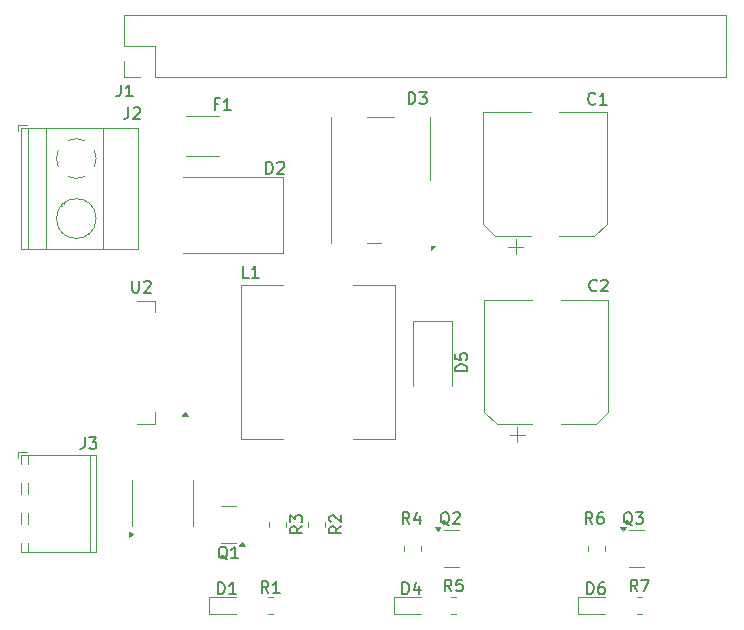
<source format=gbr>
%TF.GenerationSoftware,KiCad,Pcbnew,8.0.0*%
%TF.CreationDate,2024-03-02T01:18:58-06:00*%
%TF.ProjectId,kicad-power-hat,6b696361-642d-4706-9f77-65722d686174,rev?*%
%TF.SameCoordinates,Original*%
%TF.FileFunction,Legend,Top*%
%TF.FilePolarity,Positive*%
%FSLAX46Y46*%
G04 Gerber Fmt 4.6, Leading zero omitted, Abs format (unit mm)*
G04 Created by KiCad (PCBNEW 8.0.0) date 2024-03-02 01:18:58*
%MOMM*%
%LPD*%
G01*
G04 APERTURE LIST*
%ADD10C,0.150000*%
%ADD11C,0.120000*%
G04 APERTURE END LIST*
D10*
X124991905Y-99514819D02*
X124991905Y-98514819D01*
X124991905Y-98514819D02*
X125230000Y-98514819D01*
X125230000Y-98514819D02*
X125372857Y-98562438D01*
X125372857Y-98562438D02*
X125468095Y-98657676D01*
X125468095Y-98657676D02*
X125515714Y-98752914D01*
X125515714Y-98752914D02*
X125563333Y-98943390D01*
X125563333Y-98943390D02*
X125563333Y-99086247D01*
X125563333Y-99086247D02*
X125515714Y-99276723D01*
X125515714Y-99276723D02*
X125468095Y-99371961D01*
X125468095Y-99371961D02*
X125372857Y-99467200D01*
X125372857Y-99467200D02*
X125230000Y-99514819D01*
X125230000Y-99514819D02*
X124991905Y-99514819D01*
X125896667Y-98514819D02*
X126515714Y-98514819D01*
X126515714Y-98514819D02*
X126182381Y-98895771D01*
X126182381Y-98895771D02*
X126325238Y-98895771D01*
X126325238Y-98895771D02*
X126420476Y-98943390D01*
X126420476Y-98943390D02*
X126468095Y-98991009D01*
X126468095Y-98991009D02*
X126515714Y-99086247D01*
X126515714Y-99086247D02*
X126515714Y-99324342D01*
X126515714Y-99324342D02*
X126468095Y-99419580D01*
X126468095Y-99419580D02*
X126420476Y-99467200D01*
X126420476Y-99467200D02*
X126325238Y-99514819D01*
X126325238Y-99514819D02*
X126039524Y-99514819D01*
X126039524Y-99514819D02*
X125944286Y-99467200D01*
X125944286Y-99467200D02*
X125896667Y-99419580D01*
X140803333Y-99474580D02*
X140755714Y-99522200D01*
X140755714Y-99522200D02*
X140612857Y-99569819D01*
X140612857Y-99569819D02*
X140517619Y-99569819D01*
X140517619Y-99569819D02*
X140374762Y-99522200D01*
X140374762Y-99522200D02*
X140279524Y-99426961D01*
X140279524Y-99426961D02*
X140231905Y-99331723D01*
X140231905Y-99331723D02*
X140184286Y-99141247D01*
X140184286Y-99141247D02*
X140184286Y-98998390D01*
X140184286Y-98998390D02*
X140231905Y-98807914D01*
X140231905Y-98807914D02*
X140279524Y-98712676D01*
X140279524Y-98712676D02*
X140374762Y-98617438D01*
X140374762Y-98617438D02*
X140517619Y-98569819D01*
X140517619Y-98569819D02*
X140612857Y-98569819D01*
X140612857Y-98569819D02*
X140755714Y-98617438D01*
X140755714Y-98617438D02*
X140803333Y-98665057D01*
X141755714Y-99569819D02*
X141184286Y-99569819D01*
X141470000Y-99569819D02*
X141470000Y-98569819D01*
X141470000Y-98569819D02*
X141374762Y-98712676D01*
X141374762Y-98712676D02*
X141279524Y-98807914D01*
X141279524Y-98807914D02*
X141184286Y-98855533D01*
X101588095Y-114484819D02*
X101588095Y-115294342D01*
X101588095Y-115294342D02*
X101635714Y-115389580D01*
X101635714Y-115389580D02*
X101683333Y-115437200D01*
X101683333Y-115437200D02*
X101778571Y-115484819D01*
X101778571Y-115484819D02*
X101969047Y-115484819D01*
X101969047Y-115484819D02*
X102064285Y-115437200D01*
X102064285Y-115437200D02*
X102111904Y-115389580D01*
X102111904Y-115389580D02*
X102159523Y-115294342D01*
X102159523Y-115294342D02*
X102159523Y-114484819D01*
X102588095Y-114580057D02*
X102635714Y-114532438D01*
X102635714Y-114532438D02*
X102730952Y-114484819D01*
X102730952Y-114484819D02*
X102969047Y-114484819D01*
X102969047Y-114484819D02*
X103064285Y-114532438D01*
X103064285Y-114532438D02*
X103111904Y-114580057D01*
X103111904Y-114580057D02*
X103159523Y-114675295D01*
X103159523Y-114675295D02*
X103159523Y-114770533D01*
X103159523Y-114770533D02*
X103111904Y-114913390D01*
X103111904Y-114913390D02*
X102540476Y-115484819D01*
X102540476Y-115484819D02*
X103159523Y-115484819D01*
X113117333Y-140916819D02*
X112784000Y-140440628D01*
X112545905Y-140916819D02*
X112545905Y-139916819D01*
X112545905Y-139916819D02*
X112926857Y-139916819D01*
X112926857Y-139916819D02*
X113022095Y-139964438D01*
X113022095Y-139964438D02*
X113069714Y-140012057D01*
X113069714Y-140012057D02*
X113117333Y-140107295D01*
X113117333Y-140107295D02*
X113117333Y-140250152D01*
X113117333Y-140250152D02*
X113069714Y-140345390D01*
X113069714Y-140345390D02*
X113022095Y-140393009D01*
X113022095Y-140393009D02*
X112926857Y-140440628D01*
X112926857Y-140440628D02*
X112545905Y-140440628D01*
X114069714Y-140916819D02*
X113498286Y-140916819D01*
X113784000Y-140916819D02*
X113784000Y-139916819D01*
X113784000Y-139916819D02*
X113688762Y-140059676D01*
X113688762Y-140059676D02*
X113593524Y-140154914D01*
X113593524Y-140154914D02*
X113498286Y-140202533D01*
X128611333Y-140790819D02*
X128278000Y-140314628D01*
X128039905Y-140790819D02*
X128039905Y-139790819D01*
X128039905Y-139790819D02*
X128420857Y-139790819D01*
X128420857Y-139790819D02*
X128516095Y-139838438D01*
X128516095Y-139838438D02*
X128563714Y-139886057D01*
X128563714Y-139886057D02*
X128611333Y-139981295D01*
X128611333Y-139981295D02*
X128611333Y-140124152D01*
X128611333Y-140124152D02*
X128563714Y-140219390D01*
X128563714Y-140219390D02*
X128516095Y-140267009D01*
X128516095Y-140267009D02*
X128420857Y-140314628D01*
X128420857Y-140314628D02*
X128039905Y-140314628D01*
X129516095Y-139790819D02*
X129039905Y-139790819D01*
X129039905Y-139790819D02*
X128992286Y-140267009D01*
X128992286Y-140267009D02*
X129039905Y-140219390D01*
X129039905Y-140219390D02*
X129135143Y-140171771D01*
X129135143Y-140171771D02*
X129373238Y-140171771D01*
X129373238Y-140171771D02*
X129468476Y-140219390D01*
X129468476Y-140219390D02*
X129516095Y-140267009D01*
X129516095Y-140267009D02*
X129563714Y-140362247D01*
X129563714Y-140362247D02*
X129563714Y-140600342D01*
X129563714Y-140600342D02*
X129516095Y-140695580D01*
X129516095Y-140695580D02*
X129468476Y-140743200D01*
X129468476Y-140743200D02*
X129373238Y-140790819D01*
X129373238Y-140790819D02*
X129135143Y-140790819D01*
X129135143Y-140790819D02*
X129039905Y-140743200D01*
X129039905Y-140743200D02*
X128992286Y-140695580D01*
X125055334Y-135074818D02*
X124722001Y-134598627D01*
X124483906Y-135074818D02*
X124483906Y-134074818D01*
X124483906Y-134074818D02*
X124864858Y-134074818D01*
X124864858Y-134074818D02*
X124960096Y-134122437D01*
X124960096Y-134122437D02*
X125007715Y-134170056D01*
X125007715Y-134170056D02*
X125055334Y-134265294D01*
X125055334Y-134265294D02*
X125055334Y-134408151D01*
X125055334Y-134408151D02*
X125007715Y-134503389D01*
X125007715Y-134503389D02*
X124960096Y-134551008D01*
X124960096Y-134551008D02*
X124864858Y-134598627D01*
X124864858Y-134598627D02*
X124483906Y-134598627D01*
X125912477Y-134408151D02*
X125912477Y-135074818D01*
X125674382Y-134027199D02*
X125436287Y-134741484D01*
X125436287Y-134741484D02*
X126055334Y-134741484D01*
X144359333Y-140790819D02*
X144026000Y-140314628D01*
X143787905Y-140790819D02*
X143787905Y-139790819D01*
X143787905Y-139790819D02*
X144168857Y-139790819D01*
X144168857Y-139790819D02*
X144264095Y-139838438D01*
X144264095Y-139838438D02*
X144311714Y-139886057D01*
X144311714Y-139886057D02*
X144359333Y-139981295D01*
X144359333Y-139981295D02*
X144359333Y-140124152D01*
X144359333Y-140124152D02*
X144311714Y-140219390D01*
X144311714Y-140219390D02*
X144264095Y-140267009D01*
X144264095Y-140267009D02*
X144168857Y-140314628D01*
X144168857Y-140314628D02*
X143787905Y-140314628D01*
X144692667Y-139790819D02*
X145359333Y-139790819D01*
X145359333Y-139790819D02*
X144930762Y-140790819D01*
X140549333Y-135074819D02*
X140216000Y-134598628D01*
X139977905Y-135074819D02*
X139977905Y-134074819D01*
X139977905Y-134074819D02*
X140358857Y-134074819D01*
X140358857Y-134074819D02*
X140454095Y-134122438D01*
X140454095Y-134122438D02*
X140501714Y-134170057D01*
X140501714Y-134170057D02*
X140549333Y-134265295D01*
X140549333Y-134265295D02*
X140549333Y-134408152D01*
X140549333Y-134408152D02*
X140501714Y-134503390D01*
X140501714Y-134503390D02*
X140454095Y-134551009D01*
X140454095Y-134551009D02*
X140358857Y-134598628D01*
X140358857Y-134598628D02*
X139977905Y-134598628D01*
X141406476Y-134074819D02*
X141216000Y-134074819D01*
X141216000Y-134074819D02*
X141120762Y-134122438D01*
X141120762Y-134122438D02*
X141073143Y-134170057D01*
X141073143Y-134170057D02*
X140977905Y-134312914D01*
X140977905Y-134312914D02*
X140930286Y-134503390D01*
X140930286Y-134503390D02*
X140930286Y-134884342D01*
X140930286Y-134884342D02*
X140977905Y-134979580D01*
X140977905Y-134979580D02*
X141025524Y-135027200D01*
X141025524Y-135027200D02*
X141120762Y-135074819D01*
X141120762Y-135074819D02*
X141311238Y-135074819D01*
X141311238Y-135074819D02*
X141406476Y-135027200D01*
X141406476Y-135027200D02*
X141454095Y-134979580D01*
X141454095Y-134979580D02*
X141501714Y-134884342D01*
X141501714Y-134884342D02*
X141501714Y-134646247D01*
X141501714Y-134646247D02*
X141454095Y-134551009D01*
X141454095Y-134551009D02*
X141406476Y-134503390D01*
X141406476Y-134503390D02*
X141311238Y-134455771D01*
X141311238Y-134455771D02*
X141120762Y-134455771D01*
X141120762Y-134455771D02*
X141025524Y-134503390D01*
X141025524Y-134503390D02*
X140977905Y-134551009D01*
X140977905Y-134551009D02*
X140930286Y-134646247D01*
X119277319Y-135274666D02*
X118801128Y-135607999D01*
X119277319Y-135846094D02*
X118277319Y-135846094D01*
X118277319Y-135846094D02*
X118277319Y-135465142D01*
X118277319Y-135465142D02*
X118324938Y-135369904D01*
X118324938Y-135369904D02*
X118372557Y-135322285D01*
X118372557Y-135322285D02*
X118467795Y-135274666D01*
X118467795Y-135274666D02*
X118610652Y-135274666D01*
X118610652Y-135274666D02*
X118705890Y-135322285D01*
X118705890Y-135322285D02*
X118753509Y-135369904D01*
X118753509Y-135369904D02*
X118801128Y-135465142D01*
X118801128Y-135465142D02*
X118801128Y-135846094D01*
X118372557Y-134893713D02*
X118324938Y-134846094D01*
X118324938Y-134846094D02*
X118277319Y-134750856D01*
X118277319Y-134750856D02*
X118277319Y-134512761D01*
X118277319Y-134512761D02*
X118324938Y-134417523D01*
X118324938Y-134417523D02*
X118372557Y-134369904D01*
X118372557Y-134369904D02*
X118467795Y-134322285D01*
X118467795Y-134322285D02*
X118563033Y-134322285D01*
X118563033Y-134322285D02*
X118705890Y-134369904D01*
X118705890Y-134369904D02*
X119277319Y-134941332D01*
X119277319Y-134941332D02*
X119277319Y-134322285D01*
X115975319Y-135274666D02*
X115499128Y-135607999D01*
X115975319Y-135846094D02*
X114975319Y-135846094D01*
X114975319Y-135846094D02*
X114975319Y-135465142D01*
X114975319Y-135465142D02*
X115022938Y-135369904D01*
X115022938Y-135369904D02*
X115070557Y-135322285D01*
X115070557Y-135322285D02*
X115165795Y-135274666D01*
X115165795Y-135274666D02*
X115308652Y-135274666D01*
X115308652Y-135274666D02*
X115403890Y-135322285D01*
X115403890Y-135322285D02*
X115451509Y-135369904D01*
X115451509Y-135369904D02*
X115499128Y-135465142D01*
X115499128Y-135465142D02*
X115499128Y-135846094D01*
X114975319Y-134941332D02*
X114975319Y-134322285D01*
X114975319Y-134322285D02*
X115356271Y-134655618D01*
X115356271Y-134655618D02*
X115356271Y-134512761D01*
X115356271Y-134512761D02*
X115403890Y-134417523D01*
X115403890Y-134417523D02*
X115451509Y-134369904D01*
X115451509Y-134369904D02*
X115546747Y-134322285D01*
X115546747Y-134322285D02*
X115784842Y-134322285D01*
X115784842Y-134322285D02*
X115880080Y-134369904D01*
X115880080Y-134369904D02*
X115927700Y-134417523D01*
X115927700Y-134417523D02*
X115975319Y-134512761D01*
X115975319Y-134512761D02*
X115975319Y-134798475D01*
X115975319Y-134798475D02*
X115927700Y-134893713D01*
X115927700Y-134893713D02*
X115880080Y-134941332D01*
X128428761Y-135170057D02*
X128333523Y-135122438D01*
X128333523Y-135122438D02*
X128238285Y-135027200D01*
X128238285Y-135027200D02*
X128095428Y-134884342D01*
X128095428Y-134884342D02*
X128000190Y-134836723D01*
X128000190Y-134836723D02*
X127904952Y-134836723D01*
X127952571Y-135074819D02*
X127857333Y-135027200D01*
X127857333Y-135027200D02*
X127762095Y-134931961D01*
X127762095Y-134931961D02*
X127714476Y-134741485D01*
X127714476Y-134741485D02*
X127714476Y-134408152D01*
X127714476Y-134408152D02*
X127762095Y-134217676D01*
X127762095Y-134217676D02*
X127857333Y-134122438D01*
X127857333Y-134122438D02*
X127952571Y-134074819D01*
X127952571Y-134074819D02*
X128143047Y-134074819D01*
X128143047Y-134074819D02*
X128238285Y-134122438D01*
X128238285Y-134122438D02*
X128333523Y-134217676D01*
X128333523Y-134217676D02*
X128381142Y-134408152D01*
X128381142Y-134408152D02*
X128381142Y-134741485D01*
X128381142Y-134741485D02*
X128333523Y-134931961D01*
X128333523Y-134931961D02*
X128238285Y-135027200D01*
X128238285Y-135027200D02*
X128143047Y-135074819D01*
X128143047Y-135074819D02*
X127952571Y-135074819D01*
X128762095Y-134170057D02*
X128809714Y-134122438D01*
X128809714Y-134122438D02*
X128904952Y-134074819D01*
X128904952Y-134074819D02*
X129143047Y-134074819D01*
X129143047Y-134074819D02*
X129238285Y-134122438D01*
X129238285Y-134122438D02*
X129285904Y-134170057D01*
X129285904Y-134170057D02*
X129333523Y-134265295D01*
X129333523Y-134265295D02*
X129333523Y-134360533D01*
X129333523Y-134360533D02*
X129285904Y-134503390D01*
X129285904Y-134503390D02*
X128714476Y-135074819D01*
X128714476Y-135074819D02*
X129333523Y-135074819D01*
X143922761Y-135170057D02*
X143827523Y-135122438D01*
X143827523Y-135122438D02*
X143732285Y-135027200D01*
X143732285Y-135027200D02*
X143589428Y-134884342D01*
X143589428Y-134884342D02*
X143494190Y-134836723D01*
X143494190Y-134836723D02*
X143398952Y-134836723D01*
X143446571Y-135074819D02*
X143351333Y-135027200D01*
X143351333Y-135027200D02*
X143256095Y-134931961D01*
X143256095Y-134931961D02*
X143208476Y-134741485D01*
X143208476Y-134741485D02*
X143208476Y-134408152D01*
X143208476Y-134408152D02*
X143256095Y-134217676D01*
X143256095Y-134217676D02*
X143351333Y-134122438D01*
X143351333Y-134122438D02*
X143446571Y-134074819D01*
X143446571Y-134074819D02*
X143637047Y-134074819D01*
X143637047Y-134074819D02*
X143732285Y-134122438D01*
X143732285Y-134122438D02*
X143827523Y-134217676D01*
X143827523Y-134217676D02*
X143875142Y-134408152D01*
X143875142Y-134408152D02*
X143875142Y-134741485D01*
X143875142Y-134741485D02*
X143827523Y-134931961D01*
X143827523Y-134931961D02*
X143732285Y-135027200D01*
X143732285Y-135027200D02*
X143637047Y-135074819D01*
X143637047Y-135074819D02*
X143446571Y-135074819D01*
X144208476Y-134074819D02*
X144827523Y-134074819D01*
X144827523Y-134074819D02*
X144494190Y-134455771D01*
X144494190Y-134455771D02*
X144637047Y-134455771D01*
X144637047Y-134455771D02*
X144732285Y-134503390D01*
X144732285Y-134503390D02*
X144779904Y-134551009D01*
X144779904Y-134551009D02*
X144827523Y-134646247D01*
X144827523Y-134646247D02*
X144827523Y-134884342D01*
X144827523Y-134884342D02*
X144779904Y-134979580D01*
X144779904Y-134979580D02*
X144732285Y-135027200D01*
X144732285Y-135027200D02*
X144637047Y-135074819D01*
X144637047Y-135074819D02*
X144351333Y-135074819D01*
X144351333Y-135074819D02*
X144256095Y-135027200D01*
X144256095Y-135027200D02*
X144208476Y-134979580D01*
X109632761Y-138078057D02*
X109537523Y-138030438D01*
X109537523Y-138030438D02*
X109442285Y-137935200D01*
X109442285Y-137935200D02*
X109299428Y-137792342D01*
X109299428Y-137792342D02*
X109204190Y-137744723D01*
X109204190Y-137744723D02*
X109108952Y-137744723D01*
X109156571Y-137982819D02*
X109061333Y-137935200D01*
X109061333Y-137935200D02*
X108966095Y-137839961D01*
X108966095Y-137839961D02*
X108918476Y-137649485D01*
X108918476Y-137649485D02*
X108918476Y-137316152D01*
X108918476Y-137316152D02*
X108966095Y-137125676D01*
X108966095Y-137125676D02*
X109061333Y-137030438D01*
X109061333Y-137030438D02*
X109156571Y-136982819D01*
X109156571Y-136982819D02*
X109347047Y-136982819D01*
X109347047Y-136982819D02*
X109442285Y-137030438D01*
X109442285Y-137030438D02*
X109537523Y-137125676D01*
X109537523Y-137125676D02*
X109585142Y-137316152D01*
X109585142Y-137316152D02*
X109585142Y-137649485D01*
X109585142Y-137649485D02*
X109537523Y-137839961D01*
X109537523Y-137839961D02*
X109442285Y-137935200D01*
X109442285Y-137935200D02*
X109347047Y-137982819D01*
X109347047Y-137982819D02*
X109156571Y-137982819D01*
X110537523Y-137982819D02*
X109966095Y-137982819D01*
X110251809Y-137982819D02*
X110251809Y-136982819D01*
X110251809Y-136982819D02*
X110156571Y-137125676D01*
X110156571Y-137125676D02*
X110061333Y-137220914D01*
X110061333Y-137220914D02*
X109966095Y-137268533D01*
X111449999Y-114214819D02*
X110973809Y-114214819D01*
X110973809Y-114214819D02*
X110973809Y-113214819D01*
X112307142Y-114214819D02*
X111735714Y-114214819D01*
X112021428Y-114214819D02*
X112021428Y-113214819D01*
X112021428Y-113214819D02*
X111926190Y-113357676D01*
X111926190Y-113357676D02*
X111830952Y-113452914D01*
X111830952Y-113452914D02*
X111735714Y-113500533D01*
X97556666Y-127724819D02*
X97556666Y-128439104D01*
X97556666Y-128439104D02*
X97509047Y-128581961D01*
X97509047Y-128581961D02*
X97413809Y-128677200D01*
X97413809Y-128677200D02*
X97270952Y-128724819D01*
X97270952Y-128724819D02*
X97175714Y-128724819D01*
X97937619Y-127724819D02*
X98556666Y-127724819D01*
X98556666Y-127724819D02*
X98223333Y-128105771D01*
X98223333Y-128105771D02*
X98366190Y-128105771D01*
X98366190Y-128105771D02*
X98461428Y-128153390D01*
X98461428Y-128153390D02*
X98509047Y-128201009D01*
X98509047Y-128201009D02*
X98556666Y-128296247D01*
X98556666Y-128296247D02*
X98556666Y-128534342D01*
X98556666Y-128534342D02*
X98509047Y-128629580D01*
X98509047Y-128629580D02*
X98461428Y-128677200D01*
X98461428Y-128677200D02*
X98366190Y-128724819D01*
X98366190Y-128724819D02*
X98080476Y-128724819D01*
X98080476Y-128724819D02*
X97985238Y-128677200D01*
X97985238Y-128677200D02*
X97937619Y-128629580D01*
X100631666Y-97879819D02*
X100631666Y-98594104D01*
X100631666Y-98594104D02*
X100584047Y-98736961D01*
X100584047Y-98736961D02*
X100488809Y-98832200D01*
X100488809Y-98832200D02*
X100345952Y-98879819D01*
X100345952Y-98879819D02*
X100250714Y-98879819D01*
X101631666Y-98879819D02*
X101060238Y-98879819D01*
X101345952Y-98879819D02*
X101345952Y-97879819D01*
X101345952Y-97879819D02*
X101250714Y-98022676D01*
X101250714Y-98022676D02*
X101155476Y-98117914D01*
X101155476Y-98117914D02*
X101060238Y-98165533D01*
X101266666Y-99784819D02*
X101266666Y-100499104D01*
X101266666Y-100499104D02*
X101219047Y-100641961D01*
X101219047Y-100641961D02*
X101123809Y-100737200D01*
X101123809Y-100737200D02*
X100980952Y-100784819D01*
X100980952Y-100784819D02*
X100885714Y-100784819D01*
X101695238Y-99880057D02*
X101742857Y-99832438D01*
X101742857Y-99832438D02*
X101838095Y-99784819D01*
X101838095Y-99784819D02*
X102076190Y-99784819D01*
X102076190Y-99784819D02*
X102171428Y-99832438D01*
X102171428Y-99832438D02*
X102219047Y-99880057D01*
X102219047Y-99880057D02*
X102266666Y-99975295D01*
X102266666Y-99975295D02*
X102266666Y-100070533D01*
X102266666Y-100070533D02*
X102219047Y-100213390D01*
X102219047Y-100213390D02*
X101647619Y-100784819D01*
X101647619Y-100784819D02*
X102266666Y-100784819D01*
X108886666Y-99516009D02*
X108553333Y-99516009D01*
X108553333Y-100039819D02*
X108553333Y-99039819D01*
X108553333Y-99039819D02*
X109029523Y-99039819D01*
X109934285Y-100039819D02*
X109362857Y-100039819D01*
X109648571Y-100039819D02*
X109648571Y-99039819D01*
X109648571Y-99039819D02*
X109553333Y-99182676D01*
X109553333Y-99182676D02*
X109458095Y-99277914D01*
X109458095Y-99277914D02*
X109362857Y-99325533D01*
X108839405Y-141010819D02*
X108839405Y-140010819D01*
X108839405Y-140010819D02*
X109077500Y-140010819D01*
X109077500Y-140010819D02*
X109220357Y-140058438D01*
X109220357Y-140058438D02*
X109315595Y-140153676D01*
X109315595Y-140153676D02*
X109363214Y-140248914D01*
X109363214Y-140248914D02*
X109410833Y-140439390D01*
X109410833Y-140439390D02*
X109410833Y-140582247D01*
X109410833Y-140582247D02*
X109363214Y-140772723D01*
X109363214Y-140772723D02*
X109315595Y-140867961D01*
X109315595Y-140867961D02*
X109220357Y-140963200D01*
X109220357Y-140963200D02*
X109077500Y-141010819D01*
X109077500Y-141010819D02*
X108839405Y-141010819D01*
X110363214Y-141010819D02*
X109791786Y-141010819D01*
X110077500Y-141010819D02*
X110077500Y-140010819D01*
X110077500Y-140010819D02*
X109982262Y-140153676D01*
X109982262Y-140153676D02*
X109887024Y-140248914D01*
X109887024Y-140248914D02*
X109791786Y-140296533D01*
X124460405Y-141010819D02*
X124460405Y-140010819D01*
X124460405Y-140010819D02*
X124698500Y-140010819D01*
X124698500Y-140010819D02*
X124841357Y-140058438D01*
X124841357Y-140058438D02*
X124936595Y-140153676D01*
X124936595Y-140153676D02*
X124984214Y-140248914D01*
X124984214Y-140248914D02*
X125031833Y-140439390D01*
X125031833Y-140439390D02*
X125031833Y-140582247D01*
X125031833Y-140582247D02*
X124984214Y-140772723D01*
X124984214Y-140772723D02*
X124936595Y-140867961D01*
X124936595Y-140867961D02*
X124841357Y-140963200D01*
X124841357Y-140963200D02*
X124698500Y-141010819D01*
X124698500Y-141010819D02*
X124460405Y-141010819D01*
X125888976Y-140344152D02*
X125888976Y-141010819D01*
X125650881Y-139963200D02*
X125412786Y-140677485D01*
X125412786Y-140677485D02*
X126031833Y-140677485D01*
X140081405Y-141010819D02*
X140081405Y-140010819D01*
X140081405Y-140010819D02*
X140319500Y-140010819D01*
X140319500Y-140010819D02*
X140462357Y-140058438D01*
X140462357Y-140058438D02*
X140557595Y-140153676D01*
X140557595Y-140153676D02*
X140605214Y-140248914D01*
X140605214Y-140248914D02*
X140652833Y-140439390D01*
X140652833Y-140439390D02*
X140652833Y-140582247D01*
X140652833Y-140582247D02*
X140605214Y-140772723D01*
X140605214Y-140772723D02*
X140557595Y-140867961D01*
X140557595Y-140867961D02*
X140462357Y-140963200D01*
X140462357Y-140963200D02*
X140319500Y-141010819D01*
X140319500Y-141010819D02*
X140081405Y-141010819D01*
X141509976Y-140010819D02*
X141319500Y-140010819D01*
X141319500Y-140010819D02*
X141224262Y-140058438D01*
X141224262Y-140058438D02*
X141176643Y-140106057D01*
X141176643Y-140106057D02*
X141081405Y-140248914D01*
X141081405Y-140248914D02*
X141033786Y-140439390D01*
X141033786Y-140439390D02*
X141033786Y-140820342D01*
X141033786Y-140820342D02*
X141081405Y-140915580D01*
X141081405Y-140915580D02*
X141129024Y-140963200D01*
X141129024Y-140963200D02*
X141224262Y-141010819D01*
X141224262Y-141010819D02*
X141414738Y-141010819D01*
X141414738Y-141010819D02*
X141509976Y-140963200D01*
X141509976Y-140963200D02*
X141557595Y-140915580D01*
X141557595Y-140915580D02*
X141605214Y-140820342D01*
X141605214Y-140820342D02*
X141605214Y-140582247D01*
X141605214Y-140582247D02*
X141557595Y-140487009D01*
X141557595Y-140487009D02*
X141509976Y-140439390D01*
X141509976Y-140439390D02*
X141414738Y-140391771D01*
X141414738Y-140391771D02*
X141224262Y-140391771D01*
X141224262Y-140391771D02*
X141129024Y-140439390D01*
X141129024Y-140439390D02*
X141081405Y-140487009D01*
X141081405Y-140487009D02*
X141033786Y-140582247D01*
X129954819Y-122140594D02*
X128954819Y-122140594D01*
X128954819Y-122140594D02*
X128954819Y-121902499D01*
X128954819Y-121902499D02*
X129002438Y-121759642D01*
X129002438Y-121759642D02*
X129097676Y-121664404D01*
X129097676Y-121664404D02*
X129192914Y-121616785D01*
X129192914Y-121616785D02*
X129383390Y-121569166D01*
X129383390Y-121569166D02*
X129526247Y-121569166D01*
X129526247Y-121569166D02*
X129716723Y-121616785D01*
X129716723Y-121616785D02*
X129811961Y-121664404D01*
X129811961Y-121664404D02*
X129907200Y-121759642D01*
X129907200Y-121759642D02*
X129954819Y-121902499D01*
X129954819Y-121902499D02*
X129954819Y-122140594D01*
X128954819Y-120664404D02*
X128954819Y-121140594D01*
X128954819Y-121140594D02*
X129431009Y-121188213D01*
X129431009Y-121188213D02*
X129383390Y-121140594D01*
X129383390Y-121140594D02*
X129335771Y-121045356D01*
X129335771Y-121045356D02*
X129335771Y-120807261D01*
X129335771Y-120807261D02*
X129383390Y-120712023D01*
X129383390Y-120712023D02*
X129431009Y-120664404D01*
X129431009Y-120664404D02*
X129526247Y-120616785D01*
X129526247Y-120616785D02*
X129764342Y-120616785D01*
X129764342Y-120616785D02*
X129859580Y-120664404D01*
X129859580Y-120664404D02*
X129907200Y-120712023D01*
X129907200Y-120712023D02*
X129954819Y-120807261D01*
X129954819Y-120807261D02*
X129954819Y-121045356D01*
X129954819Y-121045356D02*
X129907200Y-121140594D01*
X129907200Y-121140594D02*
X129859580Y-121188213D01*
X112926905Y-105417319D02*
X112926905Y-104417319D01*
X112926905Y-104417319D02*
X113165000Y-104417319D01*
X113165000Y-104417319D02*
X113307857Y-104464938D01*
X113307857Y-104464938D02*
X113403095Y-104560176D01*
X113403095Y-104560176D02*
X113450714Y-104655414D01*
X113450714Y-104655414D02*
X113498333Y-104845890D01*
X113498333Y-104845890D02*
X113498333Y-104988747D01*
X113498333Y-104988747D02*
X113450714Y-105179223D01*
X113450714Y-105179223D02*
X113403095Y-105274461D01*
X113403095Y-105274461D02*
X113307857Y-105369700D01*
X113307857Y-105369700D02*
X113165000Y-105417319D01*
X113165000Y-105417319D02*
X112926905Y-105417319D01*
X113879286Y-104512557D02*
X113926905Y-104464938D01*
X113926905Y-104464938D02*
X114022143Y-104417319D01*
X114022143Y-104417319D02*
X114260238Y-104417319D01*
X114260238Y-104417319D02*
X114355476Y-104464938D01*
X114355476Y-104464938D02*
X114403095Y-104512557D01*
X114403095Y-104512557D02*
X114450714Y-104607795D01*
X114450714Y-104607795D02*
X114450714Y-104703033D01*
X114450714Y-104703033D02*
X114403095Y-104845890D01*
X114403095Y-104845890D02*
X113831667Y-105417319D01*
X113831667Y-105417319D02*
X114450714Y-105417319D01*
X140918333Y-115294580D02*
X140870714Y-115342200D01*
X140870714Y-115342200D02*
X140727857Y-115389819D01*
X140727857Y-115389819D02*
X140632619Y-115389819D01*
X140632619Y-115389819D02*
X140489762Y-115342200D01*
X140489762Y-115342200D02*
X140394524Y-115246961D01*
X140394524Y-115246961D02*
X140346905Y-115151723D01*
X140346905Y-115151723D02*
X140299286Y-114961247D01*
X140299286Y-114961247D02*
X140299286Y-114818390D01*
X140299286Y-114818390D02*
X140346905Y-114627914D01*
X140346905Y-114627914D02*
X140394524Y-114532676D01*
X140394524Y-114532676D02*
X140489762Y-114437438D01*
X140489762Y-114437438D02*
X140632619Y-114389819D01*
X140632619Y-114389819D02*
X140727857Y-114389819D01*
X140727857Y-114389819D02*
X140870714Y-114437438D01*
X140870714Y-114437438D02*
X140918333Y-114485057D01*
X141299286Y-114485057D02*
X141346905Y-114437438D01*
X141346905Y-114437438D02*
X141442143Y-114389819D01*
X141442143Y-114389819D02*
X141680238Y-114389819D01*
X141680238Y-114389819D02*
X141775476Y-114437438D01*
X141775476Y-114437438D02*
X141823095Y-114485057D01*
X141823095Y-114485057D02*
X141870714Y-114580295D01*
X141870714Y-114580295D02*
X141870714Y-114675533D01*
X141870714Y-114675533D02*
X141823095Y-114818390D01*
X141823095Y-114818390D02*
X141251667Y-115389819D01*
X141251667Y-115389819D02*
X141870714Y-115389819D01*
D11*
%TO.C,D3*%
X126755000Y-105965000D02*
X126755000Y-100605000D01*
X123735000Y-100605000D02*
X121465000Y-100605000D01*
X122665000Y-111325000D02*
X121465000Y-111325000D01*
X118435000Y-111325000D02*
X118435000Y-100605000D01*
X126905000Y-111855000D02*
X126905000Y-111575000D01*
X127185000Y-111575000D01*
X126905000Y-111855000D01*
G36*
X126905000Y-111855000D02*
G01*
X126905000Y-111575000D01*
X127185000Y-111575000D01*
X126905000Y-111855000D01*
G37*
%TO.C,C1*%
X134065000Y-112215000D02*
X134065000Y-110965000D01*
X133440000Y-111590000D02*
X134690000Y-111590000D01*
X132329437Y-110725000D02*
X135315000Y-110725000D01*
X132329437Y-110725000D02*
X131265000Y-109660563D01*
X140720563Y-110725000D02*
X137735000Y-110725000D01*
X140720563Y-110725000D02*
X141785000Y-109660563D01*
X131265000Y-109660563D02*
X131265000Y-100205000D01*
X141785000Y-109660563D02*
X141785000Y-100205000D01*
X131265000Y-100205000D02*
X135315000Y-100205000D01*
X141785000Y-100205000D02*
X137735000Y-100205000D01*
%TO.C,U1*%
X101675000Y-135965000D02*
X101345000Y-136205000D01*
X101345000Y-135725000D01*
X101675000Y-135965000D01*
G36*
X101675000Y-135965000D02*
G01*
X101345000Y-136205000D01*
X101345000Y-135725000D01*
X101675000Y-135965000D01*
G37*
X106700000Y-133265000D02*
X106700000Y-131315000D01*
X106700000Y-133265000D02*
X106700000Y-135215000D01*
X101580000Y-133265000D02*
X101580000Y-131315000D01*
X101580000Y-133265000D02*
X101580000Y-135215000D01*
%TO.C,U2*%
X103480000Y-126580000D02*
X103480000Y-125630000D01*
X103480000Y-116180000D02*
X103480000Y-117130000D01*
X101980000Y-126580000D02*
X103480000Y-126580000D01*
X101980000Y-116180000D02*
X103480000Y-116180000D01*
X106282500Y-125960000D02*
X105802500Y-125960000D01*
X106042500Y-125630000D01*
X106282500Y-125960000D01*
G36*
X106282500Y-125960000D02*
G01*
X105802500Y-125960000D01*
X106042500Y-125630000D01*
X106282500Y-125960000D01*
G37*
%TO.C,R1*%
X113056936Y-141251000D02*
X113511064Y-141251000D01*
X113056936Y-142721000D02*
X113511064Y-142721000D01*
%TO.C,R5*%
X128550936Y-141251000D02*
X129005064Y-141251000D01*
X128550936Y-142721000D02*
X129005064Y-142721000D01*
%TO.C,R4*%
X124565500Y-137387064D02*
X124565500Y-136932936D01*
X126035500Y-137387064D02*
X126035500Y-136932936D01*
%TO.C,R7*%
X144298936Y-141251000D02*
X144753064Y-141251000D01*
X144298936Y-142721000D02*
X144753064Y-142721000D01*
%TO.C,R6*%
X140156500Y-137387064D02*
X140156500Y-136932936D01*
X141626500Y-137387064D02*
X141626500Y-136932936D01*
%TO.C,R2*%
X116437500Y-134880936D02*
X116437500Y-135335064D01*
X117907500Y-134880936D02*
X117907500Y-135335064D01*
%TO.C,R3*%
X113135500Y-134880936D02*
X113135500Y-135335064D01*
X114605500Y-134880936D02*
X114605500Y-135335064D01*
%TO.C,Q2*%
X127440000Y-135650000D02*
X127200000Y-135320000D01*
X127680000Y-135320000D01*
X127440000Y-135650000D01*
G36*
X127440000Y-135650000D02*
G01*
X127200000Y-135320000D01*
X127680000Y-135320000D01*
X127440000Y-135650000D01*
G37*
X128602500Y-138720000D02*
X129252500Y-138720000D01*
X128602500Y-138720000D02*
X127952500Y-138720000D01*
X128602500Y-135600000D02*
X129252500Y-135600000D01*
X128602500Y-135600000D02*
X127952500Y-135600000D01*
%TO.C,Q3*%
X144272000Y-135600000D02*
X143622000Y-135600000D01*
X144272000Y-135600000D02*
X144922000Y-135600000D01*
X144272000Y-138720000D02*
X143622000Y-138720000D01*
X144272000Y-138720000D02*
X144922000Y-138720000D01*
X143109500Y-135650000D02*
X142869500Y-135320000D01*
X143349500Y-135320000D01*
X143109500Y-135650000D01*
G36*
X143109500Y-135650000D02*
G01*
X142869500Y-135320000D01*
X143349500Y-135320000D01*
X143109500Y-135650000D01*
G37*
%TO.C,Q1*%
X111130500Y-136968000D02*
X110650500Y-136968000D01*
X110890500Y-136638000D01*
X111130500Y-136968000D01*
G36*
X111130500Y-136968000D02*
G01*
X110650500Y-136968000D01*
X110890500Y-136638000D01*
X111130500Y-136968000D01*
G37*
X109728000Y-133568000D02*
X109078000Y-133568000D01*
X109728000Y-133568000D02*
X110378000Y-133568000D01*
X109728000Y-136688000D02*
X109078000Y-136688000D01*
X109728000Y-136688000D02*
X110378000Y-136688000D01*
%TO.C,L1*%
X110821666Y-127890000D02*
X114371666Y-127890000D01*
X110821666Y-127890000D02*
X110821666Y-114870000D01*
X123841666Y-127890000D02*
X120291666Y-127890000D01*
X123841666Y-127890000D02*
X123841666Y-114870000D01*
X110821666Y-114870000D02*
X114371666Y-114870000D01*
X123841666Y-114870000D02*
X120291666Y-114870000D01*
%TO.C,J3*%
X92690000Y-129010000D02*
X91950000Y-129010000D01*
X91950000Y-129010000D02*
X91950000Y-129510000D01*
X98510000Y-129250000D02*
X92190000Y-129250000D01*
X98510000Y-129250000D02*
X98510000Y-137450000D01*
X98050000Y-129250000D02*
X98050000Y-137450000D01*
X92750000Y-129250000D02*
X92750000Y-130020000D01*
X92190000Y-129250000D02*
X92190000Y-130020000D01*
X92750000Y-131600000D02*
X92750000Y-132560000D01*
X92190000Y-131600000D02*
X92190000Y-132560000D01*
X92750000Y-134140000D02*
X92750000Y-135100000D01*
X92190000Y-134140000D02*
X92190000Y-135100000D01*
X92750000Y-136680000D02*
X92750000Y-137450000D01*
X92190000Y-136680000D02*
X92190000Y-137450000D01*
X98510000Y-137450000D02*
X92190000Y-137450000D01*
%TO.C,J1*%
X100910000Y-92020000D02*
X151830000Y-92020000D01*
X103510000Y-94620000D02*
X100910000Y-94620000D01*
X100910000Y-94620000D02*
X100910000Y-92020000D01*
X151830000Y-97220000D02*
X151830000Y-92020000D01*
X103510000Y-97220000D02*
X103510000Y-94620000D01*
X103510000Y-97220000D02*
X151830000Y-97220000D01*
X102240000Y-97220000D02*
X100910000Y-97220000D01*
X100910000Y-97220000D02*
X100910000Y-95890000D01*
%TO.C,J2*%
X92690000Y-101295000D02*
X91950000Y-101295000D01*
X91950000Y-101295000D02*
X91950000Y-101795000D01*
X102111000Y-101535000D02*
X92190000Y-101535000D01*
X102111000Y-101535000D02*
X102111000Y-111815000D01*
X99151000Y-101535000D02*
X99151000Y-111815000D01*
X94250000Y-101535000D02*
X94250000Y-111815000D01*
X92750000Y-101535000D02*
X92750000Y-111815000D01*
X92190000Y-101535000D02*
X92190000Y-111815000D01*
X95827000Y-107988000D02*
X95781000Y-107941000D01*
X95611000Y-108181000D02*
X95576000Y-108146000D01*
X98125000Y-110285000D02*
X98089000Y-110250000D01*
X97919000Y-110490000D02*
X97873000Y-110443000D01*
X102111000Y-111815000D02*
X92190000Y-111815000D01*
X96166958Y-102599574D02*
G75*
G02*
X97533999Y-102600001I683041J-1535419D01*
G01*
X98385426Y-103451958D02*
G75*
G02*
X98384999Y-104818999I-1535419J-683041D01*
G01*
X95169748Y-104163805D02*
G75*
G02*
X95315001Y-103451000I1680253J28806D01*
G01*
X95315245Y-104818318D02*
G75*
G02*
X95170001Y-104135000I1534755J683318D01*
G01*
X97533042Y-105670426D02*
G75*
G02*
X96166000Y-105670000I-683042J1535426D01*
G01*
X98530000Y-109215000D02*
G75*
G02*
X95170000Y-109215000I-1680000J0D01*
G01*
X95170000Y-109215000D02*
G75*
G02*
X98530000Y-109215000I1680000J0D01*
G01*
%TO.C,F1*%
X106161248Y-100525000D02*
X108933752Y-100525000D01*
X106161248Y-103945000D02*
X108933752Y-103945000D01*
%TO.C,D1*%
X108092500Y-141251000D02*
X108092500Y-142721000D01*
X108092500Y-142721000D02*
X110377500Y-142721000D01*
X110377500Y-141251000D02*
X108092500Y-141251000D01*
%TO.C,D4*%
X123713500Y-141251000D02*
X123713500Y-142721000D01*
X123713500Y-142721000D02*
X125998500Y-142721000D01*
X125998500Y-141251000D02*
X123713500Y-141251000D01*
%TO.C,D6*%
X139334500Y-141251000D02*
X139334500Y-142721000D01*
X139334500Y-142721000D02*
X141619500Y-142721000D01*
X141619500Y-141251000D02*
X139334500Y-141251000D01*
%TO.C,D5*%
X128650000Y-117892500D02*
X125350000Y-117892500D01*
X128650000Y-117892500D02*
X128650000Y-123402500D01*
X125350000Y-117892500D02*
X125350000Y-123402500D01*
%TO.C,D2*%
X114355000Y-112165000D02*
X105845000Y-112165000D01*
X114355000Y-105665000D02*
X114355000Y-112165000D01*
X114355000Y-105665000D02*
X105845000Y-105665000D01*
%TO.C,C2*%
X134180000Y-128130000D02*
X134180000Y-126880000D01*
X133555000Y-127505000D02*
X134805000Y-127505000D01*
X132444437Y-126640000D02*
X135430000Y-126640000D01*
X132444437Y-126640000D02*
X131380000Y-125575563D01*
X140835563Y-126640000D02*
X137850000Y-126640000D01*
X140835563Y-126640000D02*
X141900000Y-125575563D01*
X131380000Y-125575563D02*
X131380000Y-116120000D01*
X141900000Y-125575563D02*
X141900000Y-116120000D01*
X131380000Y-116120000D02*
X135430000Y-116120000D01*
X141900000Y-116120000D02*
X137850000Y-116120000D01*
%TD*%
M02*

</source>
